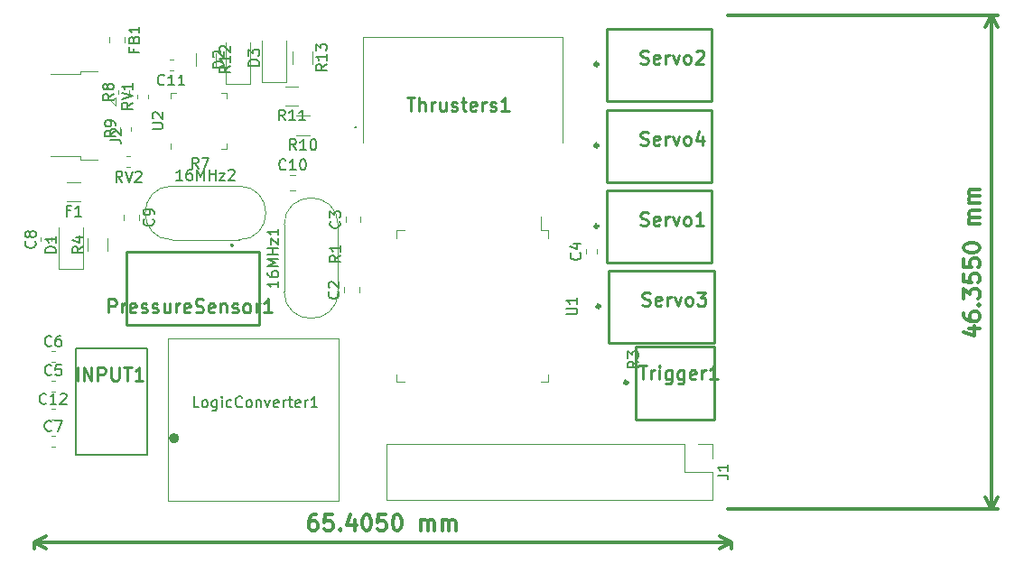
<source format=gto>
G04 #@! TF.GenerationSoftware,KiCad,Pcbnew,(6.0.7)*
G04 #@! TF.CreationDate,2022-12-18T06:42:30+05:30*
G04 #@! TF.ProjectId,MicrocontrollerPcb,4d696372-6f63-46f6-9e74-726f6c6c6572,rev?*
G04 #@! TF.SameCoordinates,Original*
G04 #@! TF.FileFunction,Legend,Top*
G04 #@! TF.FilePolarity,Positive*
%FSLAX46Y46*%
G04 Gerber Fmt 4.6, Leading zero omitted, Abs format (unit mm)*
G04 Created by KiCad (PCBNEW (6.0.7)) date 2022-12-18 06:42:30*
%MOMM*%
%LPD*%
G01*
G04 APERTURE LIST*
%ADD10C,0.300000*%
%ADD11C,0.150000*%
%ADD12C,0.254000*%
%ADD13C,0.120000*%
%ADD14C,0.100000*%
%ADD15C,0.200000*%
%ADD16C,0.010000*%
%ADD17C,0.400000*%
G04 APERTURE END LIST*
D10*
X231558571Y-94796785D02*
X232558571Y-94796785D01*
X230987142Y-95153928D02*
X232058571Y-95511071D01*
X232058571Y-94582500D01*
X231058571Y-93368214D02*
X231058571Y-93653928D01*
X231130000Y-93796785D01*
X231201428Y-93868214D01*
X231415714Y-94011071D01*
X231701428Y-94082500D01*
X232272857Y-94082500D01*
X232415714Y-94011071D01*
X232487142Y-93939642D01*
X232558571Y-93796785D01*
X232558571Y-93511071D01*
X232487142Y-93368214D01*
X232415714Y-93296785D01*
X232272857Y-93225357D01*
X231915714Y-93225357D01*
X231772857Y-93296785D01*
X231701428Y-93368214D01*
X231630000Y-93511071D01*
X231630000Y-93796785D01*
X231701428Y-93939642D01*
X231772857Y-94011071D01*
X231915714Y-94082500D01*
X232415714Y-92582500D02*
X232487142Y-92511071D01*
X232558571Y-92582500D01*
X232487142Y-92653928D01*
X232415714Y-92582500D01*
X232558571Y-92582500D01*
X231058571Y-92011071D02*
X231058571Y-91082500D01*
X231630000Y-91582500D01*
X231630000Y-91368214D01*
X231701428Y-91225357D01*
X231772857Y-91153928D01*
X231915714Y-91082500D01*
X232272857Y-91082500D01*
X232415714Y-91153928D01*
X232487142Y-91225357D01*
X232558571Y-91368214D01*
X232558571Y-91796785D01*
X232487142Y-91939642D01*
X232415714Y-92011071D01*
X231058571Y-89725357D02*
X231058571Y-90439642D01*
X231772857Y-90511071D01*
X231701428Y-90439642D01*
X231630000Y-90296785D01*
X231630000Y-89939642D01*
X231701428Y-89796785D01*
X231772857Y-89725357D01*
X231915714Y-89653928D01*
X232272857Y-89653928D01*
X232415714Y-89725357D01*
X232487142Y-89796785D01*
X232558571Y-89939642D01*
X232558571Y-90296785D01*
X232487142Y-90439642D01*
X232415714Y-90511071D01*
X231058571Y-88296785D02*
X231058571Y-89011071D01*
X231772857Y-89082500D01*
X231701428Y-89011071D01*
X231630000Y-88868214D01*
X231630000Y-88511071D01*
X231701428Y-88368214D01*
X231772857Y-88296785D01*
X231915714Y-88225357D01*
X232272857Y-88225357D01*
X232415714Y-88296785D01*
X232487142Y-88368214D01*
X232558571Y-88511071D01*
X232558571Y-88868214D01*
X232487142Y-89011071D01*
X232415714Y-89082500D01*
X231058571Y-87296785D02*
X231058571Y-87153928D01*
X231130000Y-87011071D01*
X231201428Y-86939642D01*
X231344285Y-86868214D01*
X231630000Y-86796785D01*
X231987142Y-86796785D01*
X232272857Y-86868214D01*
X232415714Y-86939642D01*
X232487142Y-87011071D01*
X232558571Y-87153928D01*
X232558571Y-87296785D01*
X232487142Y-87439642D01*
X232415714Y-87511071D01*
X232272857Y-87582500D01*
X231987142Y-87653928D01*
X231630000Y-87653928D01*
X231344285Y-87582500D01*
X231201428Y-87511071D01*
X231130000Y-87439642D01*
X231058571Y-87296785D01*
X232558571Y-85011071D02*
X231558571Y-85011071D01*
X231701428Y-85011071D02*
X231630000Y-84939642D01*
X231558571Y-84796785D01*
X231558571Y-84582500D01*
X231630000Y-84439642D01*
X231772857Y-84368214D01*
X232558571Y-84368214D01*
X231772857Y-84368214D02*
X231630000Y-84296785D01*
X231558571Y-84153928D01*
X231558571Y-83939642D01*
X231630000Y-83796785D01*
X231772857Y-83725357D01*
X232558571Y-83725357D01*
X232558571Y-83011071D02*
X231558571Y-83011071D01*
X231701428Y-83011071D02*
X231630000Y-82939642D01*
X231558571Y-82796785D01*
X231558571Y-82582500D01*
X231630000Y-82439642D01*
X231772857Y-82368214D01*
X232558571Y-82368214D01*
X231772857Y-82368214D02*
X231630000Y-82296785D01*
X231558571Y-82153928D01*
X231558571Y-81939642D01*
X231630000Y-81796785D01*
X231772857Y-81725357D01*
X232558571Y-81725357D01*
X208915000Y-111760000D02*
X234266420Y-111760000D01*
X208915000Y-65405000D02*
X234266420Y-65405000D01*
X233680000Y-111760000D02*
X233680000Y-65405000D01*
X233680000Y-111760000D02*
X233680000Y-65405000D01*
X233680000Y-111760000D02*
X234266421Y-110633496D01*
X233680000Y-111760000D02*
X233093579Y-110633496D01*
X233680000Y-65405000D02*
X233093579Y-66531504D01*
X233680000Y-65405000D02*
X234266421Y-66531504D01*
X170345114Y-112280071D02*
X170059400Y-112280071D01*
X169916542Y-112351500D01*
X169845114Y-112422928D01*
X169702257Y-112637214D01*
X169630828Y-112922928D01*
X169630828Y-113494357D01*
X169702257Y-113637214D01*
X169773685Y-113708642D01*
X169916542Y-113780071D01*
X170202257Y-113780071D01*
X170345114Y-113708642D01*
X170416542Y-113637214D01*
X170487971Y-113494357D01*
X170487971Y-113137214D01*
X170416542Y-112994357D01*
X170345114Y-112922928D01*
X170202257Y-112851500D01*
X169916542Y-112851500D01*
X169773685Y-112922928D01*
X169702257Y-112994357D01*
X169630828Y-113137214D01*
X171845114Y-112280071D02*
X171130828Y-112280071D01*
X171059400Y-112994357D01*
X171130828Y-112922928D01*
X171273685Y-112851500D01*
X171630828Y-112851500D01*
X171773685Y-112922928D01*
X171845114Y-112994357D01*
X171916542Y-113137214D01*
X171916542Y-113494357D01*
X171845114Y-113637214D01*
X171773685Y-113708642D01*
X171630828Y-113780071D01*
X171273685Y-113780071D01*
X171130828Y-113708642D01*
X171059400Y-113637214D01*
X172559400Y-113637214D02*
X172630828Y-113708642D01*
X172559400Y-113780071D01*
X172487971Y-113708642D01*
X172559400Y-113637214D01*
X172559400Y-113780071D01*
X173916542Y-112780071D02*
X173916542Y-113780071D01*
X173559400Y-112208642D02*
X173202257Y-113280071D01*
X174130828Y-113280071D01*
X174987971Y-112280071D02*
X175130828Y-112280071D01*
X175273685Y-112351500D01*
X175345114Y-112422928D01*
X175416542Y-112565785D01*
X175487971Y-112851500D01*
X175487971Y-113208642D01*
X175416542Y-113494357D01*
X175345114Y-113637214D01*
X175273685Y-113708642D01*
X175130828Y-113780071D01*
X174987971Y-113780071D01*
X174845114Y-113708642D01*
X174773685Y-113637214D01*
X174702257Y-113494357D01*
X174630828Y-113208642D01*
X174630828Y-112851500D01*
X174702257Y-112565785D01*
X174773685Y-112422928D01*
X174845114Y-112351500D01*
X174987971Y-112280071D01*
X176845114Y-112280071D02*
X176130828Y-112280071D01*
X176059400Y-112994357D01*
X176130828Y-112922928D01*
X176273685Y-112851500D01*
X176630828Y-112851500D01*
X176773685Y-112922928D01*
X176845114Y-112994357D01*
X176916542Y-113137214D01*
X176916542Y-113494357D01*
X176845114Y-113637214D01*
X176773685Y-113708642D01*
X176630828Y-113780071D01*
X176273685Y-113780071D01*
X176130828Y-113708642D01*
X176059400Y-113637214D01*
X177845114Y-112280071D02*
X177987971Y-112280071D01*
X178130828Y-112351500D01*
X178202257Y-112422928D01*
X178273685Y-112565785D01*
X178345114Y-112851500D01*
X178345114Y-113208642D01*
X178273685Y-113494357D01*
X178202257Y-113637214D01*
X178130828Y-113708642D01*
X177987971Y-113780071D01*
X177845114Y-113780071D01*
X177702257Y-113708642D01*
X177630828Y-113637214D01*
X177559400Y-113494357D01*
X177487971Y-113208642D01*
X177487971Y-112851500D01*
X177559400Y-112565785D01*
X177630828Y-112422928D01*
X177702257Y-112351500D01*
X177845114Y-112280071D01*
X180130828Y-113780071D02*
X180130828Y-112780071D01*
X180130828Y-112922928D02*
X180202257Y-112851500D01*
X180345114Y-112780071D01*
X180559400Y-112780071D01*
X180702257Y-112851500D01*
X180773685Y-112994357D01*
X180773685Y-113780071D01*
X180773685Y-112994357D02*
X180845114Y-112851500D01*
X180987971Y-112780071D01*
X181202257Y-112780071D01*
X181345114Y-112851500D01*
X181416542Y-112994357D01*
X181416542Y-113780071D01*
X182130828Y-113780071D02*
X182130828Y-112780071D01*
X182130828Y-112922928D02*
X182202257Y-112851500D01*
X182345114Y-112780071D01*
X182559400Y-112780071D01*
X182702257Y-112851500D01*
X182773685Y-112994357D01*
X182773685Y-113780071D01*
X182773685Y-112994357D02*
X182845114Y-112851500D01*
X182987971Y-112780071D01*
X183202257Y-112780071D01*
X183345114Y-112851500D01*
X183416542Y-112994357D01*
X183416542Y-113780071D01*
X209261900Y-114901500D02*
X209261900Y-115487920D01*
X143856900Y-114901500D02*
X143856900Y-115487920D01*
X209261900Y-114901500D02*
X143856900Y-114901500D01*
X209261900Y-114901500D02*
X143856900Y-114901500D01*
X209261900Y-114901500D02*
X208135396Y-114315079D01*
X209261900Y-114901500D02*
X208135396Y-115487921D01*
X143856900Y-114901500D02*
X144983404Y-115487921D01*
X143856900Y-114901500D02*
X144983404Y-114315079D01*
D11*
X207952380Y-108583333D02*
X208666666Y-108583333D01*
X208809523Y-108630952D01*
X208904761Y-108726190D01*
X208952380Y-108869047D01*
X208952380Y-108964285D01*
X208952380Y-107583333D02*
X208952380Y-108154761D01*
X208952380Y-107869047D02*
X207952380Y-107869047D01*
X208095238Y-107964285D01*
X208190476Y-108059523D01*
X208238095Y-108154761D01*
X166777380Y-90366666D02*
X166777380Y-90938095D01*
X166777380Y-90652380D02*
X165777380Y-90652380D01*
X165920238Y-90747619D01*
X166015476Y-90842857D01*
X166063095Y-90938095D01*
X165777380Y-89509523D02*
X165777380Y-89700000D01*
X165825000Y-89795238D01*
X165872619Y-89842857D01*
X166015476Y-89938095D01*
X166205952Y-89985714D01*
X166586904Y-89985714D01*
X166682142Y-89938095D01*
X166729761Y-89890476D01*
X166777380Y-89795238D01*
X166777380Y-89604761D01*
X166729761Y-89509523D01*
X166682142Y-89461904D01*
X166586904Y-89414285D01*
X166348809Y-89414285D01*
X166253571Y-89461904D01*
X166205952Y-89509523D01*
X166158333Y-89604761D01*
X166158333Y-89795238D01*
X166205952Y-89890476D01*
X166253571Y-89938095D01*
X166348809Y-89985714D01*
X166777380Y-88985714D02*
X165777380Y-88985714D01*
X166491666Y-88652380D01*
X165777380Y-88319047D01*
X166777380Y-88319047D01*
X166777380Y-87842857D02*
X165777380Y-87842857D01*
X166253571Y-87842857D02*
X166253571Y-87271428D01*
X166777380Y-87271428D02*
X165777380Y-87271428D01*
X166110714Y-86890476D02*
X166110714Y-86366666D01*
X166777380Y-86890476D01*
X166777380Y-86366666D01*
X166777380Y-85461904D02*
X166777380Y-86033333D01*
X166777380Y-85747619D02*
X165777380Y-85747619D01*
X165920238Y-85842857D01*
X166015476Y-85938095D01*
X166063095Y-86033333D01*
X147256666Y-83738571D02*
X146923333Y-83738571D01*
X146923333Y-84262380D02*
X146923333Y-83262380D01*
X147399523Y-83262380D01*
X148304285Y-84262380D02*
X147732857Y-84262380D01*
X148018571Y-84262380D02*
X148018571Y-83262380D01*
X147923333Y-83405238D01*
X147828095Y-83500476D01*
X147732857Y-83548095D01*
X145012142Y-101797142D02*
X144964523Y-101844761D01*
X144821666Y-101892380D01*
X144726428Y-101892380D01*
X144583571Y-101844761D01*
X144488333Y-101749523D01*
X144440714Y-101654285D01*
X144393095Y-101463809D01*
X144393095Y-101320952D01*
X144440714Y-101130476D01*
X144488333Y-101035238D01*
X144583571Y-100940000D01*
X144726428Y-100892380D01*
X144821666Y-100892380D01*
X144964523Y-100940000D01*
X145012142Y-100987619D01*
X145964523Y-101892380D02*
X145393095Y-101892380D01*
X145678809Y-101892380D02*
X145678809Y-100892380D01*
X145583571Y-101035238D01*
X145488333Y-101130476D01*
X145393095Y-101178095D01*
X146345476Y-100987619D02*
X146393095Y-100940000D01*
X146488333Y-100892380D01*
X146726428Y-100892380D01*
X146821666Y-100940000D01*
X146869285Y-100987619D01*
X146916904Y-101082857D01*
X146916904Y-101178095D01*
X146869285Y-101320952D01*
X146297857Y-101892380D01*
X146916904Y-101892380D01*
X156087142Y-71887142D02*
X156039523Y-71934761D01*
X155896666Y-71982380D01*
X155801428Y-71982380D01*
X155658571Y-71934761D01*
X155563333Y-71839523D01*
X155515714Y-71744285D01*
X155468095Y-71553809D01*
X155468095Y-71410952D01*
X155515714Y-71220476D01*
X155563333Y-71125238D01*
X155658571Y-71030000D01*
X155801428Y-70982380D01*
X155896666Y-70982380D01*
X156039523Y-71030000D01*
X156087142Y-71077619D01*
X157039523Y-71982380D02*
X156468095Y-71982380D01*
X156753809Y-71982380D02*
X156753809Y-70982380D01*
X156658571Y-71125238D01*
X156563333Y-71220476D01*
X156468095Y-71268095D01*
X157991904Y-71982380D02*
X157420476Y-71982380D01*
X157706190Y-71982380D02*
X157706190Y-70982380D01*
X157610952Y-71125238D01*
X157515714Y-71220476D01*
X157420476Y-71268095D01*
X195057142Y-87726666D02*
X195104761Y-87774285D01*
X195152380Y-87917142D01*
X195152380Y-88012380D01*
X195104761Y-88155238D01*
X195009523Y-88250476D01*
X194914285Y-88298095D01*
X194723809Y-88345714D01*
X194580952Y-88345714D01*
X194390476Y-88298095D01*
X194295238Y-88250476D01*
X194200000Y-88155238D01*
X194152380Y-88012380D01*
X194152380Y-87917142D01*
X194200000Y-87774285D01*
X194247619Y-87726666D01*
X194485714Y-86869523D02*
X195152380Y-86869523D01*
X194104761Y-87107619D02*
X194819047Y-87345714D01*
X194819047Y-86726666D01*
X145493333Y-99107142D02*
X145445714Y-99154761D01*
X145302857Y-99202380D01*
X145207619Y-99202380D01*
X145064761Y-99154761D01*
X144969523Y-99059523D01*
X144921904Y-98964285D01*
X144874285Y-98773809D01*
X144874285Y-98630952D01*
X144921904Y-98440476D01*
X144969523Y-98345238D01*
X145064761Y-98250000D01*
X145207619Y-98202380D01*
X145302857Y-98202380D01*
X145445714Y-98250000D01*
X145493333Y-98297619D01*
X146398095Y-98202380D02*
X145921904Y-98202380D01*
X145874285Y-98678571D01*
X145921904Y-98630952D01*
X146017142Y-98583333D01*
X146255238Y-98583333D01*
X146350476Y-98630952D01*
X146398095Y-98678571D01*
X146445714Y-98773809D01*
X146445714Y-99011904D01*
X146398095Y-99107142D01*
X146350476Y-99154761D01*
X146255238Y-99202380D01*
X146017142Y-99202380D01*
X145921904Y-99154761D01*
X145874285Y-99107142D01*
X145493333Y-96377142D02*
X145445714Y-96424761D01*
X145302857Y-96472380D01*
X145207619Y-96472380D01*
X145064761Y-96424761D01*
X144969523Y-96329523D01*
X144921904Y-96234285D01*
X144874285Y-96043809D01*
X144874285Y-95900952D01*
X144921904Y-95710476D01*
X144969523Y-95615238D01*
X145064761Y-95520000D01*
X145207619Y-95472380D01*
X145302857Y-95472380D01*
X145445714Y-95520000D01*
X145493333Y-95567619D01*
X146350476Y-95472380D02*
X146160000Y-95472380D01*
X146064761Y-95520000D01*
X146017142Y-95567619D01*
X145921904Y-95710476D01*
X145874285Y-95900952D01*
X145874285Y-96281904D01*
X145921904Y-96377142D01*
X145969523Y-96424761D01*
X146064761Y-96472380D01*
X146255238Y-96472380D01*
X146350476Y-96424761D01*
X146398095Y-96377142D01*
X146445714Y-96281904D01*
X146445714Y-96043809D01*
X146398095Y-95948571D01*
X146350476Y-95900952D01*
X146255238Y-95853333D01*
X146064761Y-95853333D01*
X145969523Y-95900952D01*
X145921904Y-95948571D01*
X145874285Y-96043809D01*
X145488333Y-104337142D02*
X145440714Y-104384761D01*
X145297857Y-104432380D01*
X145202619Y-104432380D01*
X145059761Y-104384761D01*
X144964523Y-104289523D01*
X144916904Y-104194285D01*
X144869285Y-104003809D01*
X144869285Y-103860952D01*
X144916904Y-103670476D01*
X144964523Y-103575238D01*
X145059761Y-103480000D01*
X145202619Y-103432380D01*
X145297857Y-103432380D01*
X145440714Y-103480000D01*
X145488333Y-103527619D01*
X145821666Y-103432380D02*
X146488333Y-103432380D01*
X146059761Y-104432380D01*
X143947142Y-86616666D02*
X143994761Y-86664285D01*
X144042380Y-86807142D01*
X144042380Y-86902380D01*
X143994761Y-87045238D01*
X143899523Y-87140476D01*
X143804285Y-87188095D01*
X143613809Y-87235714D01*
X143470952Y-87235714D01*
X143280476Y-87188095D01*
X143185238Y-87140476D01*
X143090000Y-87045238D01*
X143042380Y-86902380D01*
X143042380Y-86807142D01*
X143090000Y-86664285D01*
X143137619Y-86616666D01*
X143470952Y-86045238D02*
X143423333Y-86140476D01*
X143375714Y-86188095D01*
X143280476Y-86235714D01*
X143232857Y-86235714D01*
X143137619Y-86188095D01*
X143090000Y-86140476D01*
X143042380Y-86045238D01*
X143042380Y-85854761D01*
X143090000Y-85759523D01*
X143137619Y-85711904D01*
X143232857Y-85664285D01*
X143280476Y-85664285D01*
X143375714Y-85711904D01*
X143423333Y-85759523D01*
X143470952Y-85854761D01*
X143470952Y-86045238D01*
X143518571Y-86140476D01*
X143566190Y-86188095D01*
X143661428Y-86235714D01*
X143851904Y-86235714D01*
X143947142Y-86188095D01*
X143994761Y-86140476D01*
X144042380Y-86045238D01*
X144042380Y-85854761D01*
X143994761Y-85759523D01*
X143947142Y-85711904D01*
X143851904Y-85664285D01*
X143661428Y-85664285D01*
X143566190Y-85711904D01*
X143518571Y-85759523D01*
X143470952Y-85854761D01*
X172367142Y-91356666D02*
X172414761Y-91404285D01*
X172462380Y-91547142D01*
X172462380Y-91642380D01*
X172414761Y-91785238D01*
X172319523Y-91880476D01*
X172224285Y-91928095D01*
X172033809Y-91975714D01*
X171890952Y-91975714D01*
X171700476Y-91928095D01*
X171605238Y-91880476D01*
X171510000Y-91785238D01*
X171462380Y-91642380D01*
X171462380Y-91547142D01*
X171510000Y-91404285D01*
X171557619Y-91356666D01*
X171557619Y-90975714D02*
X171510000Y-90928095D01*
X171462380Y-90832857D01*
X171462380Y-90594761D01*
X171510000Y-90499523D01*
X171557619Y-90451904D01*
X171652857Y-90404285D01*
X171748095Y-90404285D01*
X171890952Y-90451904D01*
X172462380Y-91023333D01*
X172462380Y-90404285D01*
X167457142Y-79827142D02*
X167409523Y-79874761D01*
X167266666Y-79922380D01*
X167171428Y-79922380D01*
X167028571Y-79874761D01*
X166933333Y-79779523D01*
X166885714Y-79684285D01*
X166838095Y-79493809D01*
X166838095Y-79350952D01*
X166885714Y-79160476D01*
X166933333Y-79065238D01*
X167028571Y-78970000D01*
X167171428Y-78922380D01*
X167266666Y-78922380D01*
X167409523Y-78970000D01*
X167457142Y-79017619D01*
X168409523Y-79922380D02*
X167838095Y-79922380D01*
X168123809Y-79922380D02*
X168123809Y-78922380D01*
X168028571Y-79065238D01*
X167933333Y-79160476D01*
X167838095Y-79208095D01*
X169028571Y-78922380D02*
X169123809Y-78922380D01*
X169219047Y-78970000D01*
X169266666Y-79017619D01*
X169314285Y-79112857D01*
X169361904Y-79303333D01*
X169361904Y-79541428D01*
X169314285Y-79731904D01*
X169266666Y-79827142D01*
X169219047Y-79874761D01*
X169123809Y-79922380D01*
X169028571Y-79922380D01*
X168933333Y-79874761D01*
X168885714Y-79827142D01*
X168838095Y-79731904D01*
X168790476Y-79541428D01*
X168790476Y-79303333D01*
X168838095Y-79112857D01*
X168885714Y-79017619D01*
X168933333Y-78970000D01*
X169028571Y-78922380D01*
X155027142Y-84536666D02*
X155074761Y-84584285D01*
X155122380Y-84727142D01*
X155122380Y-84822380D01*
X155074761Y-84965238D01*
X154979523Y-85060476D01*
X154884285Y-85108095D01*
X154693809Y-85155714D01*
X154550952Y-85155714D01*
X154360476Y-85108095D01*
X154265238Y-85060476D01*
X154170000Y-84965238D01*
X154122380Y-84822380D01*
X154122380Y-84727142D01*
X154170000Y-84584285D01*
X154217619Y-84536666D01*
X155122380Y-84060476D02*
X155122380Y-83870000D01*
X155074761Y-83774761D01*
X155027142Y-83727142D01*
X154884285Y-83631904D01*
X154693809Y-83584285D01*
X154312857Y-83584285D01*
X154217619Y-83631904D01*
X154170000Y-83679523D01*
X154122380Y-83774761D01*
X154122380Y-83965238D01*
X154170000Y-84060476D01*
X154217619Y-84108095D01*
X154312857Y-84155714D01*
X154550952Y-84155714D01*
X154646190Y-84108095D01*
X154693809Y-84060476D01*
X154741428Y-83965238D01*
X154741428Y-83774761D01*
X154693809Y-83679523D01*
X154646190Y-83631904D01*
X154550952Y-83584285D01*
X172497142Y-84746666D02*
X172544761Y-84794285D01*
X172592380Y-84937142D01*
X172592380Y-85032380D01*
X172544761Y-85175238D01*
X172449523Y-85270476D01*
X172354285Y-85318095D01*
X172163809Y-85365714D01*
X172020952Y-85365714D01*
X171830476Y-85318095D01*
X171735238Y-85270476D01*
X171640000Y-85175238D01*
X171592380Y-85032380D01*
X171592380Y-84937142D01*
X171640000Y-84794285D01*
X171687619Y-84746666D01*
X171592380Y-84413333D02*
X171592380Y-83794285D01*
X171973333Y-84127619D01*
X171973333Y-83984761D01*
X172020952Y-83889523D01*
X172068571Y-83841904D01*
X172163809Y-83794285D01*
X172401904Y-83794285D01*
X172497142Y-83841904D01*
X172544761Y-83889523D01*
X172592380Y-83984761D01*
X172592380Y-84270476D01*
X172544761Y-84365714D01*
X172497142Y-84413333D01*
X151007380Y-77068333D02*
X151721666Y-77068333D01*
X151864523Y-77115952D01*
X151959761Y-77211190D01*
X152007380Y-77354047D01*
X152007380Y-77449285D01*
X151102619Y-76639761D02*
X151055000Y-76592142D01*
X151007380Y-76496904D01*
X151007380Y-76258809D01*
X151055000Y-76163571D01*
X151102619Y-76115952D01*
X151197857Y-76068333D01*
X151293095Y-76068333D01*
X151435952Y-76115952D01*
X152007380Y-76687380D01*
X152007380Y-76068333D01*
X157783190Y-80886495D02*
X157211761Y-80886495D01*
X157497476Y-80886495D02*
X157497476Y-79886495D01*
X157402237Y-80029353D01*
X157306999Y-80124591D01*
X157211761Y-80172210D01*
X158640333Y-79886495D02*
X158449857Y-79886495D01*
X158354618Y-79934115D01*
X158306999Y-79981734D01*
X158211761Y-80124591D01*
X158164142Y-80315067D01*
X158164142Y-80696019D01*
X158211761Y-80791257D01*
X158259380Y-80838876D01*
X158354618Y-80886495D01*
X158545095Y-80886495D01*
X158640333Y-80838876D01*
X158687952Y-80791257D01*
X158735571Y-80696019D01*
X158735571Y-80457924D01*
X158687952Y-80362686D01*
X158640333Y-80315067D01*
X158545095Y-80267448D01*
X158354618Y-80267448D01*
X158259380Y-80315067D01*
X158211761Y-80362686D01*
X158164142Y-80457924D01*
X159164142Y-80886495D02*
X159164142Y-79886495D01*
X159497476Y-80600781D01*
X159830809Y-79886495D01*
X159830809Y-80886495D01*
X160306999Y-80886495D02*
X160306999Y-79886495D01*
X160306999Y-80362686D02*
X160878428Y-80362686D01*
X160878428Y-80886495D02*
X160878428Y-79886495D01*
X161259380Y-80219829D02*
X161783190Y-80219829D01*
X161259380Y-80886495D01*
X161783190Y-80886495D01*
X162116523Y-79981734D02*
X162164142Y-79934115D01*
X162259380Y-79886495D01*
X162497476Y-79886495D01*
X162592714Y-79934115D01*
X162640333Y-79981734D01*
X162687952Y-80076972D01*
X162687952Y-80172210D01*
X162640333Y-80315067D01*
X162068904Y-80886495D01*
X162687952Y-80886495D01*
X145932380Y-87668095D02*
X144932380Y-87668095D01*
X144932380Y-87430000D01*
X144980000Y-87287142D01*
X145075238Y-87191904D01*
X145170476Y-87144285D01*
X145360952Y-87096666D01*
X145503809Y-87096666D01*
X145694285Y-87144285D01*
X145789523Y-87191904D01*
X145884761Y-87287142D01*
X145932380Y-87430000D01*
X145932380Y-87668095D01*
X145932380Y-86144285D02*
X145932380Y-86715714D01*
X145932380Y-86430000D02*
X144932380Y-86430000D01*
X145075238Y-86525238D01*
X145170476Y-86620476D01*
X145218095Y-86715714D01*
X161652380Y-70308095D02*
X160652380Y-70308095D01*
X160652380Y-70070000D01*
X160700000Y-69927142D01*
X160795238Y-69831904D01*
X160890476Y-69784285D01*
X161080952Y-69736666D01*
X161223809Y-69736666D01*
X161414285Y-69784285D01*
X161509523Y-69831904D01*
X161604761Y-69927142D01*
X161652380Y-70070000D01*
X161652380Y-70308095D01*
X160747619Y-69355714D02*
X160700000Y-69308095D01*
X160652380Y-69212857D01*
X160652380Y-68974761D01*
X160700000Y-68879523D01*
X160747619Y-68831904D01*
X160842857Y-68784285D01*
X160938095Y-68784285D01*
X161080952Y-68831904D01*
X161652380Y-69403333D01*
X161652380Y-68784285D01*
X164992380Y-70128095D02*
X163992380Y-70128095D01*
X163992380Y-69890000D01*
X164040000Y-69747142D01*
X164135238Y-69651904D01*
X164230476Y-69604285D01*
X164420952Y-69556666D01*
X164563809Y-69556666D01*
X164754285Y-69604285D01*
X164849523Y-69651904D01*
X164944761Y-69747142D01*
X164992380Y-69890000D01*
X164992380Y-70128095D01*
X163992380Y-69223333D02*
X163992380Y-68604285D01*
X164373333Y-68937619D01*
X164373333Y-68794761D01*
X164420952Y-68699523D01*
X164468571Y-68651904D01*
X164563809Y-68604285D01*
X164801904Y-68604285D01*
X164897142Y-68651904D01*
X164944761Y-68699523D01*
X164992380Y-68794761D01*
X164992380Y-69080476D01*
X164944761Y-69175714D01*
X164897142Y-69223333D01*
D12*
X200919666Y-92606047D02*
X201101095Y-92666523D01*
X201403476Y-92666523D01*
X201524428Y-92606047D01*
X201584904Y-92545571D01*
X201645380Y-92424619D01*
X201645380Y-92303666D01*
X201584904Y-92182714D01*
X201524428Y-92122238D01*
X201403476Y-92061761D01*
X201161571Y-92001285D01*
X201040619Y-91940809D01*
X200980142Y-91880333D01*
X200919666Y-91759380D01*
X200919666Y-91638428D01*
X200980142Y-91517476D01*
X201040619Y-91457000D01*
X201161571Y-91396523D01*
X201463952Y-91396523D01*
X201645380Y-91457000D01*
X202673476Y-92606047D02*
X202552523Y-92666523D01*
X202310619Y-92666523D01*
X202189666Y-92606047D01*
X202129190Y-92485095D01*
X202129190Y-92001285D01*
X202189666Y-91880333D01*
X202310619Y-91819857D01*
X202552523Y-91819857D01*
X202673476Y-91880333D01*
X202733952Y-92001285D01*
X202733952Y-92122238D01*
X202129190Y-92243190D01*
X203278238Y-92666523D02*
X203278238Y-91819857D01*
X203278238Y-92061761D02*
X203338714Y-91940809D01*
X203399190Y-91880333D01*
X203520142Y-91819857D01*
X203641095Y-91819857D01*
X203943476Y-91819857D02*
X204245857Y-92666523D01*
X204548238Y-91819857D01*
X205213476Y-92666523D02*
X205092523Y-92606047D01*
X205032047Y-92545571D01*
X204971571Y-92424619D01*
X204971571Y-92061761D01*
X205032047Y-91940809D01*
X205092523Y-91880333D01*
X205213476Y-91819857D01*
X205394904Y-91819857D01*
X205515857Y-91880333D01*
X205576333Y-91940809D01*
X205636809Y-92061761D01*
X205636809Y-92424619D01*
X205576333Y-92545571D01*
X205515857Y-92606047D01*
X205394904Y-92666523D01*
X205213476Y-92666523D01*
X206060142Y-91396523D02*
X206846333Y-91396523D01*
X206423000Y-91880333D01*
X206604428Y-91880333D01*
X206725380Y-91940809D01*
X206785857Y-92001285D01*
X206846333Y-92122238D01*
X206846333Y-92424619D01*
X206785857Y-92545571D01*
X206725380Y-92606047D01*
X206604428Y-92666523D01*
X206241571Y-92666523D01*
X206120619Y-92606047D01*
X206060142Y-92545571D01*
X200739666Y-85096047D02*
X200921095Y-85156523D01*
X201223476Y-85156523D01*
X201344428Y-85096047D01*
X201404904Y-85035571D01*
X201465380Y-84914619D01*
X201465380Y-84793666D01*
X201404904Y-84672714D01*
X201344428Y-84612238D01*
X201223476Y-84551761D01*
X200981571Y-84491285D01*
X200860619Y-84430809D01*
X200800142Y-84370333D01*
X200739666Y-84249380D01*
X200739666Y-84128428D01*
X200800142Y-84007476D01*
X200860619Y-83947000D01*
X200981571Y-83886523D01*
X201283952Y-83886523D01*
X201465380Y-83947000D01*
X202493476Y-85096047D02*
X202372523Y-85156523D01*
X202130619Y-85156523D01*
X202009666Y-85096047D01*
X201949190Y-84975095D01*
X201949190Y-84491285D01*
X202009666Y-84370333D01*
X202130619Y-84309857D01*
X202372523Y-84309857D01*
X202493476Y-84370333D01*
X202553952Y-84491285D01*
X202553952Y-84612238D01*
X201949190Y-84733190D01*
X203098238Y-85156523D02*
X203098238Y-84309857D01*
X203098238Y-84551761D02*
X203158714Y-84430809D01*
X203219190Y-84370333D01*
X203340142Y-84309857D01*
X203461095Y-84309857D01*
X203763476Y-84309857D02*
X204065857Y-85156523D01*
X204368238Y-84309857D01*
X205033476Y-85156523D02*
X204912523Y-85096047D01*
X204852047Y-85035571D01*
X204791571Y-84914619D01*
X204791571Y-84551761D01*
X204852047Y-84430809D01*
X204912523Y-84370333D01*
X205033476Y-84309857D01*
X205214904Y-84309857D01*
X205335857Y-84370333D01*
X205396333Y-84430809D01*
X205456809Y-84551761D01*
X205456809Y-84914619D01*
X205396333Y-85035571D01*
X205335857Y-85096047D01*
X205214904Y-85156523D01*
X205033476Y-85156523D01*
X206666333Y-85156523D02*
X205940619Y-85156523D01*
X206303476Y-85156523D02*
X206303476Y-83886523D01*
X206182523Y-84067952D01*
X206061571Y-84188904D01*
X205940619Y-84249380D01*
X200739666Y-69916047D02*
X200921095Y-69976523D01*
X201223476Y-69976523D01*
X201344428Y-69916047D01*
X201404904Y-69855571D01*
X201465380Y-69734619D01*
X201465380Y-69613666D01*
X201404904Y-69492714D01*
X201344428Y-69432238D01*
X201223476Y-69371761D01*
X200981571Y-69311285D01*
X200860619Y-69250809D01*
X200800142Y-69190333D01*
X200739666Y-69069380D01*
X200739666Y-68948428D01*
X200800142Y-68827476D01*
X200860619Y-68767000D01*
X200981571Y-68706523D01*
X201283952Y-68706523D01*
X201465380Y-68767000D01*
X202493476Y-69916047D02*
X202372523Y-69976523D01*
X202130619Y-69976523D01*
X202009666Y-69916047D01*
X201949190Y-69795095D01*
X201949190Y-69311285D01*
X202009666Y-69190333D01*
X202130619Y-69129857D01*
X202372523Y-69129857D01*
X202493476Y-69190333D01*
X202553952Y-69311285D01*
X202553952Y-69432238D01*
X201949190Y-69553190D01*
X203098238Y-69976523D02*
X203098238Y-69129857D01*
X203098238Y-69371761D02*
X203158714Y-69250809D01*
X203219190Y-69190333D01*
X203340142Y-69129857D01*
X203461095Y-69129857D01*
X203763476Y-69129857D02*
X204065857Y-69976523D01*
X204368238Y-69129857D01*
X205033476Y-69976523D02*
X204912523Y-69916047D01*
X204852047Y-69855571D01*
X204791571Y-69734619D01*
X204791571Y-69371761D01*
X204852047Y-69250809D01*
X204912523Y-69190333D01*
X205033476Y-69129857D01*
X205214904Y-69129857D01*
X205335857Y-69190333D01*
X205396333Y-69250809D01*
X205456809Y-69371761D01*
X205456809Y-69734619D01*
X205396333Y-69855571D01*
X205335857Y-69916047D01*
X205214904Y-69976523D01*
X205033476Y-69976523D01*
X205940619Y-68827476D02*
X206001095Y-68767000D01*
X206122047Y-68706523D01*
X206424428Y-68706523D01*
X206545380Y-68767000D01*
X206605857Y-68827476D01*
X206666333Y-68948428D01*
X206666333Y-69069380D01*
X206605857Y-69250809D01*
X205880142Y-69976523D01*
X206666333Y-69976523D01*
X200739666Y-77536047D02*
X200921095Y-77596523D01*
X201223476Y-77596523D01*
X201344428Y-77536047D01*
X201404904Y-77475571D01*
X201465380Y-77354619D01*
X201465380Y-77233666D01*
X201404904Y-77112714D01*
X201344428Y-77052238D01*
X201223476Y-76991761D01*
X200981571Y-76931285D01*
X200860619Y-76870809D01*
X200800142Y-76810333D01*
X200739666Y-76689380D01*
X200739666Y-76568428D01*
X200800142Y-76447476D01*
X200860619Y-76387000D01*
X200981571Y-76326523D01*
X201283952Y-76326523D01*
X201465380Y-76387000D01*
X202493476Y-77536047D02*
X202372523Y-77596523D01*
X202130619Y-77596523D01*
X202009666Y-77536047D01*
X201949190Y-77415095D01*
X201949190Y-76931285D01*
X202009666Y-76810333D01*
X202130619Y-76749857D01*
X202372523Y-76749857D01*
X202493476Y-76810333D01*
X202553952Y-76931285D01*
X202553952Y-77052238D01*
X201949190Y-77173190D01*
X203098238Y-77596523D02*
X203098238Y-76749857D01*
X203098238Y-76991761D02*
X203158714Y-76870809D01*
X203219190Y-76810333D01*
X203340142Y-76749857D01*
X203461095Y-76749857D01*
X203763476Y-76749857D02*
X204065857Y-77596523D01*
X204368238Y-76749857D01*
X205033476Y-77596523D02*
X204912523Y-77536047D01*
X204852047Y-77475571D01*
X204791571Y-77354619D01*
X204791571Y-76991761D01*
X204852047Y-76870809D01*
X204912523Y-76810333D01*
X205033476Y-76749857D01*
X205214904Y-76749857D01*
X205335857Y-76810333D01*
X205396333Y-76870809D01*
X205456809Y-76991761D01*
X205456809Y-77354619D01*
X205396333Y-77475571D01*
X205335857Y-77536047D01*
X205214904Y-77596523D01*
X205033476Y-77596523D01*
X206545380Y-76749857D02*
X206545380Y-77596523D01*
X206243000Y-76266047D02*
X205940619Y-77173190D01*
X206726809Y-77173190D01*
X178843904Y-73125523D02*
X179569619Y-73125523D01*
X179206761Y-74395523D02*
X179206761Y-73125523D01*
X179992952Y-74395523D02*
X179992952Y-73125523D01*
X180537238Y-74395523D02*
X180537238Y-73730285D01*
X180476761Y-73609333D01*
X180355809Y-73548857D01*
X180174380Y-73548857D01*
X180053428Y-73609333D01*
X179992952Y-73669809D01*
X181142000Y-74395523D02*
X181142000Y-73548857D01*
X181142000Y-73790761D02*
X181202476Y-73669809D01*
X181262952Y-73609333D01*
X181383904Y-73548857D01*
X181504857Y-73548857D01*
X182472476Y-73548857D02*
X182472476Y-74395523D01*
X181928190Y-73548857D02*
X181928190Y-74214095D01*
X181988666Y-74335047D01*
X182109619Y-74395523D01*
X182291047Y-74395523D01*
X182412000Y-74335047D01*
X182472476Y-74274571D01*
X183016761Y-74335047D02*
X183137714Y-74395523D01*
X183379619Y-74395523D01*
X183500571Y-74335047D01*
X183561047Y-74214095D01*
X183561047Y-74153619D01*
X183500571Y-74032666D01*
X183379619Y-73972190D01*
X183198190Y-73972190D01*
X183077238Y-73911714D01*
X183016761Y-73790761D01*
X183016761Y-73730285D01*
X183077238Y-73609333D01*
X183198190Y-73548857D01*
X183379619Y-73548857D01*
X183500571Y-73609333D01*
X183923904Y-73548857D02*
X184407714Y-73548857D01*
X184105333Y-73125523D02*
X184105333Y-74214095D01*
X184165809Y-74335047D01*
X184286761Y-74395523D01*
X184407714Y-74395523D01*
X185314857Y-74335047D02*
X185193904Y-74395523D01*
X184952000Y-74395523D01*
X184831047Y-74335047D01*
X184770571Y-74214095D01*
X184770571Y-73730285D01*
X184831047Y-73609333D01*
X184952000Y-73548857D01*
X185193904Y-73548857D01*
X185314857Y-73609333D01*
X185375333Y-73730285D01*
X185375333Y-73851238D01*
X184770571Y-73972190D01*
X185919619Y-74395523D02*
X185919619Y-73548857D01*
X185919619Y-73790761D02*
X185980095Y-73669809D01*
X186040571Y-73609333D01*
X186161523Y-73548857D01*
X186282476Y-73548857D01*
X186645333Y-74335047D02*
X186766285Y-74395523D01*
X187008190Y-74395523D01*
X187129142Y-74335047D01*
X187189619Y-74214095D01*
X187189619Y-74153619D01*
X187129142Y-74032666D01*
X187008190Y-73972190D01*
X186826761Y-73972190D01*
X186705809Y-73911714D01*
X186645333Y-73790761D01*
X186645333Y-73730285D01*
X186705809Y-73609333D01*
X186826761Y-73548857D01*
X187008190Y-73548857D01*
X187129142Y-73609333D01*
X188399142Y-74395523D02*
X187673428Y-74395523D01*
X188036285Y-74395523D02*
X188036285Y-73125523D01*
X187915333Y-73306952D01*
X187794380Y-73427904D01*
X187673428Y-73488380D01*
D11*
X159334285Y-102192380D02*
X158858095Y-102192380D01*
X158858095Y-101192380D01*
X159810476Y-102192380D02*
X159715238Y-102144761D01*
X159667619Y-102097142D01*
X159620000Y-102001904D01*
X159620000Y-101716190D01*
X159667619Y-101620952D01*
X159715238Y-101573333D01*
X159810476Y-101525714D01*
X159953333Y-101525714D01*
X160048571Y-101573333D01*
X160096190Y-101620952D01*
X160143809Y-101716190D01*
X160143809Y-102001904D01*
X160096190Y-102097142D01*
X160048571Y-102144761D01*
X159953333Y-102192380D01*
X159810476Y-102192380D01*
X161000952Y-101525714D02*
X161000952Y-102335238D01*
X160953333Y-102430476D01*
X160905714Y-102478095D01*
X160810476Y-102525714D01*
X160667619Y-102525714D01*
X160572380Y-102478095D01*
X161000952Y-102144761D02*
X160905714Y-102192380D01*
X160715238Y-102192380D01*
X160620000Y-102144761D01*
X160572380Y-102097142D01*
X160524761Y-102001904D01*
X160524761Y-101716190D01*
X160572380Y-101620952D01*
X160620000Y-101573333D01*
X160715238Y-101525714D01*
X160905714Y-101525714D01*
X161000952Y-101573333D01*
X161477142Y-102192380D02*
X161477142Y-101525714D01*
X161477142Y-101192380D02*
X161429523Y-101240000D01*
X161477142Y-101287619D01*
X161524761Y-101240000D01*
X161477142Y-101192380D01*
X161477142Y-101287619D01*
X162381904Y-102144761D02*
X162286666Y-102192380D01*
X162096190Y-102192380D01*
X162000952Y-102144761D01*
X161953333Y-102097142D01*
X161905714Y-102001904D01*
X161905714Y-101716190D01*
X161953333Y-101620952D01*
X162000952Y-101573333D01*
X162096190Y-101525714D01*
X162286666Y-101525714D01*
X162381904Y-101573333D01*
X163381904Y-102097142D02*
X163334285Y-102144761D01*
X163191428Y-102192380D01*
X163096190Y-102192380D01*
X162953333Y-102144761D01*
X162858095Y-102049523D01*
X162810476Y-101954285D01*
X162762857Y-101763809D01*
X162762857Y-101620952D01*
X162810476Y-101430476D01*
X162858095Y-101335238D01*
X162953333Y-101240000D01*
X163096190Y-101192380D01*
X163191428Y-101192380D01*
X163334285Y-101240000D01*
X163381904Y-101287619D01*
X163953333Y-102192380D02*
X163858095Y-102144761D01*
X163810476Y-102097142D01*
X163762857Y-102001904D01*
X163762857Y-101716190D01*
X163810476Y-101620952D01*
X163858095Y-101573333D01*
X163953333Y-101525714D01*
X164096190Y-101525714D01*
X164191428Y-101573333D01*
X164239047Y-101620952D01*
X164286666Y-101716190D01*
X164286666Y-102001904D01*
X164239047Y-102097142D01*
X164191428Y-102144761D01*
X164096190Y-102192380D01*
X163953333Y-102192380D01*
X164715238Y-101525714D02*
X164715238Y-102192380D01*
X164715238Y-101620952D02*
X164762857Y-101573333D01*
X164858095Y-101525714D01*
X165000952Y-101525714D01*
X165096190Y-101573333D01*
X165143809Y-101668571D01*
X165143809Y-102192380D01*
X165524761Y-101525714D02*
X165762857Y-102192380D01*
X166000952Y-101525714D01*
X166762857Y-102144761D02*
X166667619Y-102192380D01*
X166477142Y-102192380D01*
X166381904Y-102144761D01*
X166334285Y-102049523D01*
X166334285Y-101668571D01*
X166381904Y-101573333D01*
X166477142Y-101525714D01*
X166667619Y-101525714D01*
X166762857Y-101573333D01*
X166810476Y-101668571D01*
X166810476Y-101763809D01*
X166334285Y-101859047D01*
X167239047Y-102192380D02*
X167239047Y-101525714D01*
X167239047Y-101716190D02*
X167286666Y-101620952D01*
X167334285Y-101573333D01*
X167429523Y-101525714D01*
X167524761Y-101525714D01*
X167715238Y-101525714D02*
X168096190Y-101525714D01*
X167858095Y-101192380D02*
X167858095Y-102049523D01*
X167905714Y-102144761D01*
X168000952Y-102192380D01*
X168096190Y-102192380D01*
X168810476Y-102144761D02*
X168715238Y-102192380D01*
X168524761Y-102192380D01*
X168429523Y-102144761D01*
X168381904Y-102049523D01*
X168381904Y-101668571D01*
X168429523Y-101573333D01*
X168524761Y-101525714D01*
X168715238Y-101525714D01*
X168810476Y-101573333D01*
X168858095Y-101668571D01*
X168858095Y-101763809D01*
X168381904Y-101859047D01*
X169286666Y-102192380D02*
X169286666Y-101525714D01*
X169286666Y-101716190D02*
X169334285Y-101620952D01*
X169381904Y-101573333D01*
X169477142Y-101525714D01*
X169572380Y-101525714D01*
X170429523Y-102192380D02*
X169858095Y-102192380D01*
X170143809Y-102192380D02*
X170143809Y-101192380D01*
X170048571Y-101335238D01*
X169953333Y-101430476D01*
X169858095Y-101478095D01*
D12*
X200578936Y-98312353D02*
X201304650Y-98312353D01*
X200941793Y-99582353D02*
X200941793Y-98312353D01*
X201727983Y-99582353D02*
X201727983Y-98735687D01*
X201727983Y-98977591D02*
X201788460Y-98856639D01*
X201848936Y-98796163D01*
X201969888Y-98735687D01*
X202090840Y-98735687D01*
X202514174Y-99582353D02*
X202514174Y-98735687D01*
X202514174Y-98312353D02*
X202453698Y-98372830D01*
X202514174Y-98433306D01*
X202574650Y-98372830D01*
X202514174Y-98312353D01*
X202514174Y-98433306D01*
X203663221Y-98735687D02*
X203663221Y-99763782D01*
X203602745Y-99884734D01*
X203542269Y-99945210D01*
X203421317Y-100005687D01*
X203239888Y-100005687D01*
X203118936Y-99945210D01*
X203663221Y-99521877D02*
X203542269Y-99582353D01*
X203300364Y-99582353D01*
X203179412Y-99521877D01*
X203118936Y-99461401D01*
X203058460Y-99340449D01*
X203058460Y-98977591D01*
X203118936Y-98856639D01*
X203179412Y-98796163D01*
X203300364Y-98735687D01*
X203542269Y-98735687D01*
X203663221Y-98796163D01*
X204812269Y-98735687D02*
X204812269Y-99763782D01*
X204751793Y-99884734D01*
X204691317Y-99945210D01*
X204570364Y-100005687D01*
X204388936Y-100005687D01*
X204267983Y-99945210D01*
X204812269Y-99521877D02*
X204691317Y-99582353D01*
X204449412Y-99582353D01*
X204328460Y-99521877D01*
X204267983Y-99461401D01*
X204207507Y-99340449D01*
X204207507Y-98977591D01*
X204267983Y-98856639D01*
X204328460Y-98796163D01*
X204449412Y-98735687D01*
X204691317Y-98735687D01*
X204812269Y-98796163D01*
X205900840Y-99521877D02*
X205779888Y-99582353D01*
X205537983Y-99582353D01*
X205417031Y-99521877D01*
X205356555Y-99400925D01*
X205356555Y-98917115D01*
X205417031Y-98796163D01*
X205537983Y-98735687D01*
X205779888Y-98735687D01*
X205900840Y-98796163D01*
X205961317Y-98917115D01*
X205961317Y-99038068D01*
X205356555Y-99159020D01*
X206505602Y-99582353D02*
X206505602Y-98735687D01*
X206505602Y-98977591D02*
X206566079Y-98856639D01*
X206626555Y-98796163D01*
X206747507Y-98735687D01*
X206868460Y-98735687D01*
X207957031Y-99582353D02*
X207231317Y-99582353D01*
X207594174Y-99582353D02*
X207594174Y-98312353D01*
X207473221Y-98493782D01*
X207352269Y-98614734D01*
X207231317Y-98675210D01*
X150855000Y-93308523D02*
X150855000Y-92038523D01*
X151338809Y-92038523D01*
X151459761Y-92099000D01*
X151520238Y-92159476D01*
X151580714Y-92280428D01*
X151580714Y-92461857D01*
X151520238Y-92582809D01*
X151459761Y-92643285D01*
X151338809Y-92703761D01*
X150855000Y-92703761D01*
X152125000Y-93308523D02*
X152125000Y-92461857D01*
X152125000Y-92703761D02*
X152185476Y-92582809D01*
X152245952Y-92522333D01*
X152366904Y-92461857D01*
X152487857Y-92461857D01*
X153395000Y-93248047D02*
X153274047Y-93308523D01*
X153032142Y-93308523D01*
X152911190Y-93248047D01*
X152850714Y-93127095D01*
X152850714Y-92643285D01*
X152911190Y-92522333D01*
X153032142Y-92461857D01*
X153274047Y-92461857D01*
X153395000Y-92522333D01*
X153455476Y-92643285D01*
X153455476Y-92764238D01*
X152850714Y-92885190D01*
X153939285Y-93248047D02*
X154060238Y-93308523D01*
X154302142Y-93308523D01*
X154423095Y-93248047D01*
X154483571Y-93127095D01*
X154483571Y-93066619D01*
X154423095Y-92945666D01*
X154302142Y-92885190D01*
X154120714Y-92885190D01*
X153999761Y-92824714D01*
X153939285Y-92703761D01*
X153939285Y-92643285D01*
X153999761Y-92522333D01*
X154120714Y-92461857D01*
X154302142Y-92461857D01*
X154423095Y-92522333D01*
X154967380Y-93248047D02*
X155088333Y-93308523D01*
X155330238Y-93308523D01*
X155451190Y-93248047D01*
X155511666Y-93127095D01*
X155511666Y-93066619D01*
X155451190Y-92945666D01*
X155330238Y-92885190D01*
X155148809Y-92885190D01*
X155027857Y-92824714D01*
X154967380Y-92703761D01*
X154967380Y-92643285D01*
X155027857Y-92522333D01*
X155148809Y-92461857D01*
X155330238Y-92461857D01*
X155451190Y-92522333D01*
X156600238Y-92461857D02*
X156600238Y-93308523D01*
X156055952Y-92461857D02*
X156055952Y-93127095D01*
X156116428Y-93248047D01*
X156237380Y-93308523D01*
X156418809Y-93308523D01*
X156539761Y-93248047D01*
X156600238Y-93187571D01*
X157205000Y-93308523D02*
X157205000Y-92461857D01*
X157205000Y-92703761D02*
X157265476Y-92582809D01*
X157325952Y-92522333D01*
X157446904Y-92461857D01*
X157567857Y-92461857D01*
X158475000Y-93248047D02*
X158354047Y-93308523D01*
X158112142Y-93308523D01*
X157991190Y-93248047D01*
X157930714Y-93127095D01*
X157930714Y-92643285D01*
X157991190Y-92522333D01*
X158112142Y-92461857D01*
X158354047Y-92461857D01*
X158475000Y-92522333D01*
X158535476Y-92643285D01*
X158535476Y-92764238D01*
X157930714Y-92885190D01*
X159019285Y-93248047D02*
X159200714Y-93308523D01*
X159503095Y-93308523D01*
X159624047Y-93248047D01*
X159684523Y-93187571D01*
X159745000Y-93066619D01*
X159745000Y-92945666D01*
X159684523Y-92824714D01*
X159624047Y-92764238D01*
X159503095Y-92703761D01*
X159261190Y-92643285D01*
X159140238Y-92582809D01*
X159079761Y-92522333D01*
X159019285Y-92401380D01*
X159019285Y-92280428D01*
X159079761Y-92159476D01*
X159140238Y-92099000D01*
X159261190Y-92038523D01*
X159563571Y-92038523D01*
X159745000Y-92099000D01*
X160773095Y-93248047D02*
X160652142Y-93308523D01*
X160410238Y-93308523D01*
X160289285Y-93248047D01*
X160228809Y-93127095D01*
X160228809Y-92643285D01*
X160289285Y-92522333D01*
X160410238Y-92461857D01*
X160652142Y-92461857D01*
X160773095Y-92522333D01*
X160833571Y-92643285D01*
X160833571Y-92764238D01*
X160228809Y-92885190D01*
X161377857Y-92461857D02*
X161377857Y-93308523D01*
X161377857Y-92582809D02*
X161438333Y-92522333D01*
X161559285Y-92461857D01*
X161740714Y-92461857D01*
X161861666Y-92522333D01*
X161922142Y-92643285D01*
X161922142Y-93308523D01*
X162466428Y-93248047D02*
X162587380Y-93308523D01*
X162829285Y-93308523D01*
X162950238Y-93248047D01*
X163010714Y-93127095D01*
X163010714Y-93066619D01*
X162950238Y-92945666D01*
X162829285Y-92885190D01*
X162647857Y-92885190D01*
X162526904Y-92824714D01*
X162466428Y-92703761D01*
X162466428Y-92643285D01*
X162526904Y-92522333D01*
X162647857Y-92461857D01*
X162829285Y-92461857D01*
X162950238Y-92522333D01*
X163736428Y-93308523D02*
X163615476Y-93248047D01*
X163555000Y-93187571D01*
X163494523Y-93066619D01*
X163494523Y-92703761D01*
X163555000Y-92582809D01*
X163615476Y-92522333D01*
X163736428Y-92461857D01*
X163917857Y-92461857D01*
X164038809Y-92522333D01*
X164099285Y-92582809D01*
X164159761Y-92703761D01*
X164159761Y-93066619D01*
X164099285Y-93187571D01*
X164038809Y-93248047D01*
X163917857Y-93308523D01*
X163736428Y-93308523D01*
X164704047Y-93308523D02*
X164704047Y-92461857D01*
X164704047Y-92703761D02*
X164764523Y-92582809D01*
X164825000Y-92522333D01*
X164945952Y-92461857D01*
X165066904Y-92461857D01*
X166155476Y-93308523D02*
X165429761Y-93308523D01*
X165792619Y-93308523D02*
X165792619Y-92038523D01*
X165671666Y-92219952D01*
X165550714Y-92340904D01*
X165429761Y-92401380D01*
X147928952Y-99698523D02*
X147928952Y-98428523D01*
X148533714Y-99698523D02*
X148533714Y-98428523D01*
X149259428Y-99698523D01*
X149259428Y-98428523D01*
X149864190Y-99698523D02*
X149864190Y-98428523D01*
X150348000Y-98428523D01*
X150468952Y-98489000D01*
X150529428Y-98549476D01*
X150589904Y-98670428D01*
X150589904Y-98851857D01*
X150529428Y-98972809D01*
X150468952Y-99033285D01*
X150348000Y-99093761D01*
X149864190Y-99093761D01*
X151134190Y-98428523D02*
X151134190Y-99456619D01*
X151194666Y-99577571D01*
X151255142Y-99638047D01*
X151376095Y-99698523D01*
X151618000Y-99698523D01*
X151738952Y-99638047D01*
X151799428Y-99577571D01*
X151859904Y-99456619D01*
X151859904Y-98428523D01*
X152283238Y-98428523D02*
X153008952Y-98428523D01*
X152646095Y-99698523D02*
X152646095Y-98428523D01*
X154097523Y-99698523D02*
X153371809Y-99698523D01*
X153734666Y-99698523D02*
X153734666Y-98428523D01*
X153613714Y-98609952D01*
X153492761Y-98730904D01*
X153371809Y-98791380D01*
D11*
X154962380Y-76081904D02*
X155771904Y-76081904D01*
X155867142Y-76034285D01*
X155914761Y-75986666D01*
X155962380Y-75891428D01*
X155962380Y-75700952D01*
X155914761Y-75605714D01*
X155867142Y-75558095D01*
X155771904Y-75510476D01*
X154962380Y-75510476D01*
X155057619Y-75081904D02*
X155010000Y-75034285D01*
X154962380Y-74939047D01*
X154962380Y-74700952D01*
X155010000Y-74605714D01*
X155057619Y-74558095D01*
X155152857Y-74510476D01*
X155248095Y-74510476D01*
X155390952Y-74558095D01*
X155962380Y-75129523D01*
X155962380Y-74510476D01*
X193802380Y-93481904D02*
X194611904Y-93481904D01*
X194707142Y-93434285D01*
X194754761Y-93386666D01*
X194802380Y-93291428D01*
X194802380Y-93100952D01*
X194754761Y-93005714D01*
X194707142Y-92958095D01*
X194611904Y-92910476D01*
X193802380Y-92910476D01*
X194802380Y-91910476D02*
X194802380Y-92481904D01*
X194802380Y-92196190D02*
X193802380Y-92196190D01*
X193945238Y-92291428D01*
X194040476Y-92386666D01*
X194088095Y-92481904D01*
X200532380Y-97891666D02*
X200056190Y-98225000D01*
X200532380Y-98463095D02*
X199532380Y-98463095D01*
X199532380Y-98082142D01*
X199580000Y-97986904D01*
X199627619Y-97939285D01*
X199722857Y-97891666D01*
X199865714Y-97891666D01*
X199960952Y-97939285D01*
X200008571Y-97986904D01*
X200056190Y-98082142D01*
X200056190Y-98463095D01*
X199532380Y-97558333D02*
X199532380Y-96939285D01*
X199913333Y-97272619D01*
X199913333Y-97129761D01*
X199960952Y-97034523D01*
X200008571Y-96986904D01*
X200103809Y-96939285D01*
X200341904Y-96939285D01*
X200437142Y-96986904D01*
X200484761Y-97034523D01*
X200532380Y-97129761D01*
X200532380Y-97415476D01*
X200484761Y-97510714D01*
X200437142Y-97558333D01*
X159273333Y-79772380D02*
X158940000Y-79296190D01*
X158701904Y-79772380D02*
X158701904Y-78772380D01*
X159082857Y-78772380D01*
X159178095Y-78820000D01*
X159225714Y-78867619D01*
X159273333Y-78962857D01*
X159273333Y-79105714D01*
X159225714Y-79200952D01*
X159178095Y-79248571D01*
X159082857Y-79296190D01*
X158701904Y-79296190D01*
X159606666Y-78772380D02*
X160273333Y-78772380D01*
X159844761Y-79772380D01*
X172602380Y-87956666D02*
X172126190Y-88290000D01*
X172602380Y-88528095D02*
X171602380Y-88528095D01*
X171602380Y-88147142D01*
X171650000Y-88051904D01*
X171697619Y-88004285D01*
X171792857Y-87956666D01*
X171935714Y-87956666D01*
X172030952Y-88004285D01*
X172078571Y-88051904D01*
X172126190Y-88147142D01*
X172126190Y-88528095D01*
X172602380Y-87004285D02*
X172602380Y-87575714D01*
X172602380Y-87290000D02*
X171602380Y-87290000D01*
X171745238Y-87385238D01*
X171840476Y-87480476D01*
X171888095Y-87575714D01*
X151332380Y-72786666D02*
X150856190Y-73120000D01*
X151332380Y-73358095D02*
X150332380Y-73358095D01*
X150332380Y-72977142D01*
X150380000Y-72881904D01*
X150427619Y-72834285D01*
X150522857Y-72786666D01*
X150665714Y-72786666D01*
X150760952Y-72834285D01*
X150808571Y-72881904D01*
X150856190Y-72977142D01*
X150856190Y-73358095D01*
X150760952Y-72215238D02*
X150713333Y-72310476D01*
X150665714Y-72358095D01*
X150570476Y-72405714D01*
X150522857Y-72405714D01*
X150427619Y-72358095D01*
X150380000Y-72310476D01*
X150332380Y-72215238D01*
X150332380Y-72024761D01*
X150380000Y-71929523D01*
X150427619Y-71881904D01*
X150522857Y-71834285D01*
X150570476Y-71834285D01*
X150665714Y-71881904D01*
X150713333Y-71929523D01*
X150760952Y-72024761D01*
X150760952Y-72215238D01*
X150808571Y-72310476D01*
X150856190Y-72358095D01*
X150951428Y-72405714D01*
X151141904Y-72405714D01*
X151237142Y-72358095D01*
X151284761Y-72310476D01*
X151332380Y-72215238D01*
X151332380Y-72024761D01*
X151284761Y-71929523D01*
X151237142Y-71881904D01*
X151141904Y-71834285D01*
X150951428Y-71834285D01*
X150856190Y-71881904D01*
X150808571Y-71929523D01*
X150760952Y-72024761D01*
X151502380Y-76231666D02*
X151026190Y-76565000D01*
X151502380Y-76803095D02*
X150502380Y-76803095D01*
X150502380Y-76422142D01*
X150550000Y-76326904D01*
X150597619Y-76279285D01*
X150692857Y-76231666D01*
X150835714Y-76231666D01*
X150930952Y-76279285D01*
X150978571Y-76326904D01*
X151026190Y-76422142D01*
X151026190Y-76803095D01*
X151502380Y-75755476D02*
X151502380Y-75565000D01*
X151454761Y-75469761D01*
X151407142Y-75422142D01*
X151264285Y-75326904D01*
X151073809Y-75279285D01*
X150692857Y-75279285D01*
X150597619Y-75326904D01*
X150550000Y-75374523D01*
X150502380Y-75469761D01*
X150502380Y-75660238D01*
X150550000Y-75755476D01*
X150597619Y-75803095D01*
X150692857Y-75850714D01*
X150930952Y-75850714D01*
X151026190Y-75803095D01*
X151073809Y-75755476D01*
X151121428Y-75660238D01*
X151121428Y-75469761D01*
X151073809Y-75374523D01*
X151026190Y-75326904D01*
X150930952Y-75279285D01*
X153102380Y-73615238D02*
X152626190Y-73948571D01*
X153102380Y-74186666D02*
X152102380Y-74186666D01*
X152102380Y-73805714D01*
X152150000Y-73710476D01*
X152197619Y-73662857D01*
X152292857Y-73615238D01*
X152435714Y-73615238D01*
X152530952Y-73662857D01*
X152578571Y-73710476D01*
X152626190Y-73805714D01*
X152626190Y-74186666D01*
X152102380Y-73329523D02*
X153102380Y-72996190D01*
X152102380Y-72662857D01*
X153102380Y-71805714D02*
X153102380Y-72377142D01*
X153102380Y-72091428D02*
X152102380Y-72091428D01*
X152245238Y-72186666D01*
X152340476Y-72281904D01*
X152388095Y-72377142D01*
X152144761Y-81052380D02*
X151811428Y-80576190D01*
X151573333Y-81052380D02*
X151573333Y-80052380D01*
X151954285Y-80052380D01*
X152049523Y-80100000D01*
X152097142Y-80147619D01*
X152144761Y-80242857D01*
X152144761Y-80385714D01*
X152097142Y-80480952D01*
X152049523Y-80528571D01*
X151954285Y-80576190D01*
X151573333Y-80576190D01*
X152430476Y-80052380D02*
X152763809Y-81052380D01*
X153097142Y-80052380D01*
X153382857Y-80147619D02*
X153430476Y-80100000D01*
X153525714Y-80052380D01*
X153763809Y-80052380D01*
X153859047Y-80100000D01*
X153906666Y-80147619D01*
X153954285Y-80242857D01*
X153954285Y-80338095D01*
X153906666Y-80480952D01*
X153335238Y-81052380D01*
X153954285Y-81052380D01*
X153228571Y-68533333D02*
X153228571Y-68866666D01*
X153752380Y-68866666D02*
X152752380Y-68866666D01*
X152752380Y-68390476D01*
X153228571Y-67676190D02*
X153276190Y-67533333D01*
X153323809Y-67485714D01*
X153419047Y-67438095D01*
X153561904Y-67438095D01*
X153657142Y-67485714D01*
X153704761Y-67533333D01*
X153752380Y-67628571D01*
X153752380Y-68009523D01*
X152752380Y-68009523D01*
X152752380Y-67676190D01*
X152800000Y-67580952D01*
X152847619Y-67533333D01*
X152942857Y-67485714D01*
X153038095Y-67485714D01*
X153133333Y-67533333D01*
X153180952Y-67580952D01*
X153228571Y-67676190D01*
X153228571Y-68009523D01*
X153752380Y-66485714D02*
X153752380Y-67057142D01*
X153752380Y-66771428D02*
X152752380Y-66771428D01*
X152895238Y-66866666D01*
X152990476Y-66961904D01*
X153038095Y-67057142D01*
X162262380Y-70190357D02*
X161786190Y-70523690D01*
X162262380Y-70761785D02*
X161262380Y-70761785D01*
X161262380Y-70380833D01*
X161310000Y-70285595D01*
X161357619Y-70237976D01*
X161452857Y-70190357D01*
X161595714Y-70190357D01*
X161690952Y-70237976D01*
X161738571Y-70285595D01*
X161786190Y-70380833D01*
X161786190Y-70761785D01*
X162262380Y-69237976D02*
X162262380Y-69809404D01*
X162262380Y-69523690D02*
X161262380Y-69523690D01*
X161405238Y-69618928D01*
X161500476Y-69714166D01*
X161548095Y-69809404D01*
X161357619Y-68857023D02*
X161310000Y-68809404D01*
X161262380Y-68714166D01*
X161262380Y-68476071D01*
X161310000Y-68380833D01*
X161357619Y-68333214D01*
X161452857Y-68285595D01*
X161548095Y-68285595D01*
X161690952Y-68333214D01*
X162262380Y-68904642D01*
X162262380Y-68285595D01*
X171322380Y-70012857D02*
X170846190Y-70346190D01*
X171322380Y-70584285D02*
X170322380Y-70584285D01*
X170322380Y-70203333D01*
X170370000Y-70108095D01*
X170417619Y-70060476D01*
X170512857Y-70012857D01*
X170655714Y-70012857D01*
X170750952Y-70060476D01*
X170798571Y-70108095D01*
X170846190Y-70203333D01*
X170846190Y-70584285D01*
X171322380Y-69060476D02*
X171322380Y-69631904D01*
X171322380Y-69346190D02*
X170322380Y-69346190D01*
X170465238Y-69441428D01*
X170560476Y-69536666D01*
X170608095Y-69631904D01*
X170322380Y-68727142D02*
X170322380Y-68108095D01*
X170703333Y-68441428D01*
X170703333Y-68298571D01*
X170750952Y-68203333D01*
X170798571Y-68155714D01*
X170893809Y-68108095D01*
X171131904Y-68108095D01*
X171227142Y-68155714D01*
X171274761Y-68203333D01*
X171322380Y-68298571D01*
X171322380Y-68584285D01*
X171274761Y-68679523D01*
X171227142Y-68727142D01*
X148462380Y-87116666D02*
X147986190Y-87450000D01*
X148462380Y-87688095D02*
X147462380Y-87688095D01*
X147462380Y-87307142D01*
X147510000Y-87211904D01*
X147557619Y-87164285D01*
X147652857Y-87116666D01*
X147795714Y-87116666D01*
X147890952Y-87164285D01*
X147938571Y-87211904D01*
X147986190Y-87307142D01*
X147986190Y-87688095D01*
X147795714Y-86259523D02*
X148462380Y-86259523D01*
X147414761Y-86497619D02*
X148129047Y-86735714D01*
X148129047Y-86116666D01*
X168437142Y-78042380D02*
X168103809Y-77566190D01*
X167865714Y-78042380D02*
X167865714Y-77042380D01*
X168246666Y-77042380D01*
X168341904Y-77090000D01*
X168389523Y-77137619D01*
X168437142Y-77232857D01*
X168437142Y-77375714D01*
X168389523Y-77470952D01*
X168341904Y-77518571D01*
X168246666Y-77566190D01*
X167865714Y-77566190D01*
X169389523Y-78042380D02*
X168818095Y-78042380D01*
X169103809Y-78042380D02*
X169103809Y-77042380D01*
X169008571Y-77185238D01*
X168913333Y-77280476D01*
X168818095Y-77328095D01*
X170008571Y-77042380D02*
X170103809Y-77042380D01*
X170199047Y-77090000D01*
X170246666Y-77137619D01*
X170294285Y-77232857D01*
X170341904Y-77423333D01*
X170341904Y-77661428D01*
X170294285Y-77851904D01*
X170246666Y-77947142D01*
X170199047Y-77994761D01*
X170103809Y-78042380D01*
X170008571Y-78042380D01*
X169913333Y-77994761D01*
X169865714Y-77947142D01*
X169818095Y-77851904D01*
X169770476Y-77661428D01*
X169770476Y-77423333D01*
X169818095Y-77232857D01*
X169865714Y-77137619D01*
X169913333Y-77090000D01*
X170008571Y-77042380D01*
X167407142Y-75272380D02*
X167073809Y-74796190D01*
X166835714Y-75272380D02*
X166835714Y-74272380D01*
X167216666Y-74272380D01*
X167311904Y-74320000D01*
X167359523Y-74367619D01*
X167407142Y-74462857D01*
X167407142Y-74605714D01*
X167359523Y-74700952D01*
X167311904Y-74748571D01*
X167216666Y-74796190D01*
X166835714Y-74796190D01*
X168359523Y-75272380D02*
X167788095Y-75272380D01*
X168073809Y-75272380D02*
X168073809Y-74272380D01*
X167978571Y-74415238D01*
X167883333Y-74510476D01*
X167788095Y-74558095D01*
X169311904Y-75272380D02*
X168740476Y-75272380D01*
X169026190Y-75272380D02*
X169026190Y-74272380D01*
X168930952Y-74415238D01*
X168835714Y-74510476D01*
X168740476Y-74558095D01*
D13*
X207500000Y-105650000D02*
X207500000Y-106980000D01*
X206170000Y-105650000D02*
X207500000Y-105650000D01*
X207500000Y-108250000D02*
X207500000Y-110850000D01*
X204900000Y-108250000D02*
X207500000Y-108250000D01*
X204900000Y-105650000D02*
X204900000Y-108250000D01*
X207500000Y-110850000D02*
X176900000Y-110850000D01*
X204900000Y-105650000D02*
X176900000Y-105650000D01*
X176900000Y-105650000D02*
X176900000Y-110850000D01*
X167325000Y-91325000D02*
X167325000Y-85075000D01*
X172375000Y-91325000D02*
X172375000Y-85075000D01*
X172375000Y-85075000D02*
G75*
G03*
X167325000Y-85075000I-2525000J0D01*
G01*
X167325000Y-91325000D02*
G75*
G03*
X172375000Y-91325000I2525000J0D01*
G01*
X148192064Y-81080000D02*
X146987936Y-81080000D01*
X148192064Y-82900000D02*
X146987936Y-82900000D01*
X145483733Y-103380000D02*
X145826267Y-103380000D01*
X145483733Y-102360000D02*
X145826267Y-102360000D01*
X156901267Y-70610000D02*
X156558733Y-70610000D01*
X156901267Y-69590000D02*
X156558733Y-69590000D01*
X196640000Y-87731267D02*
X196640000Y-87388733D01*
X195620000Y-87731267D02*
X195620000Y-87388733D01*
X145488733Y-99670000D02*
X145831267Y-99670000D01*
X145488733Y-100690000D02*
X145831267Y-100690000D01*
X145488733Y-97960000D02*
X145831267Y-97960000D01*
X145488733Y-96940000D02*
X145831267Y-96940000D01*
X145483733Y-104900000D02*
X145826267Y-104900000D01*
X145483733Y-105920000D02*
X145826267Y-105920000D01*
X145530000Y-86621267D02*
X145530000Y-86278733D01*
X144510000Y-86621267D02*
X144510000Y-86278733D01*
X174370000Y-91451252D02*
X174370000Y-90928748D01*
X172950000Y-91451252D02*
X172950000Y-90928748D01*
X167838748Y-80410000D02*
X168361252Y-80410000D01*
X167838748Y-81830000D02*
X168361252Y-81830000D01*
X152310000Y-84108748D02*
X152310000Y-84631252D01*
X153730000Y-84108748D02*
X153730000Y-84631252D01*
X173080000Y-84841252D02*
X173080000Y-84318748D01*
X174500000Y-84841252D02*
X174500000Y-84318748D01*
X151055000Y-73485000D02*
X151505000Y-73085000D01*
X151505000Y-73085000D02*
X151505000Y-73885000D01*
X151505000Y-73885000D02*
X151055000Y-73485000D01*
X145455000Y-78635000D02*
X148255000Y-78635000D01*
X148255000Y-78635000D02*
X148255000Y-78935000D01*
X148255000Y-78935000D02*
X149805000Y-78935000D01*
X145455000Y-70935000D02*
X148255000Y-70935000D01*
X148255000Y-70635000D02*
X148255000Y-70935000D01*
X148255000Y-70635000D02*
X149805000Y-70635000D01*
X156824857Y-86484115D02*
X163074857Y-86484115D01*
X156824857Y-81434115D02*
X163074857Y-81434115D01*
X156824857Y-81434115D02*
G75*
G03*
X156824857Y-86484115I0J-2525000D01*
G01*
X163074857Y-86484115D02*
G75*
G03*
X163074857Y-81434115I0J2525000D01*
G01*
X148435000Y-89215000D02*
X148435000Y-85330000D01*
X146165000Y-89215000D02*
X148435000Y-89215000D01*
X146165000Y-85330000D02*
X146165000Y-89215000D01*
X161885000Y-67970000D02*
X161885000Y-71855000D01*
X161885000Y-71855000D02*
X164155000Y-71855000D01*
X164155000Y-71855000D02*
X164155000Y-67970000D01*
X167495000Y-71675000D02*
X167495000Y-67790000D01*
X165225000Y-71675000D02*
X167495000Y-71675000D01*
X165225000Y-67790000D02*
X165225000Y-71675000D01*
D10*
X196938000Y-92705000D02*
G75*
G03*
X196938000Y-92705000I-156000J0D01*
G01*
D12*
X197720000Y-96150000D02*
X207620000Y-96150000D01*
X197720000Y-89350000D02*
X197720000Y-96150000D01*
X207620000Y-89350000D02*
X197720000Y-89350000D01*
X207620000Y-96150000D02*
X207620000Y-89350000D01*
X207440000Y-88640000D02*
X207440000Y-81840000D01*
X207440000Y-81840000D02*
X197540000Y-81840000D01*
X197540000Y-81840000D02*
X197540000Y-88640000D01*
X197540000Y-88640000D02*
X207440000Y-88640000D01*
D10*
X196758000Y-85195000D02*
G75*
G03*
X196758000Y-85195000I-156000J0D01*
G01*
X196758000Y-70015000D02*
G75*
G03*
X196758000Y-70015000I-156000J0D01*
G01*
D12*
X197540000Y-73460000D02*
X207440000Y-73460000D01*
X197540000Y-66660000D02*
X197540000Y-73460000D01*
X207440000Y-66660000D02*
X197540000Y-66660000D01*
X207440000Y-73460000D02*
X207440000Y-66660000D01*
X207440000Y-81080000D02*
X207440000Y-74280000D01*
X207440000Y-74280000D02*
X197540000Y-74280000D01*
X197540000Y-74280000D02*
X197540000Y-81080000D01*
X197540000Y-81080000D02*
X207440000Y-81080000D01*
D10*
X196758000Y-77635000D02*
G75*
G03*
X196758000Y-77635000I-156000J0D01*
G01*
D14*
X193395000Y-77370000D02*
X193395000Y-67460000D01*
X193395000Y-67460000D02*
X174745000Y-67460000D01*
X174745000Y-67460000D02*
X174745000Y-77370000D01*
D15*
X174070000Y-75920000D02*
X174070000Y-75920000D01*
X173970000Y-75920000D02*
X173970000Y-75920000D01*
X173970000Y-75920000D02*
G75*
G03*
X174070000Y-75920000I50000J0D01*
G01*
X174070000Y-75920000D02*
G75*
G03*
X173970000Y-75920000I-50000J0D01*
G01*
D16*
X156470000Y-95750000D02*
X156470000Y-110980000D01*
X172470000Y-95750000D02*
X156470000Y-95750000D01*
X172470000Y-110980000D02*
X172470000Y-95750000D01*
X172470000Y-110980000D02*
X156470000Y-110980000D01*
D12*
X207660000Y-103310000D02*
X207660000Y-96510000D01*
X207660000Y-96510000D02*
X200300000Y-96510000D01*
X200300000Y-96510000D02*
X200300000Y-103310000D01*
X200300000Y-103310000D02*
X207660000Y-103310000D01*
D10*
X199518000Y-99865000D02*
G75*
G03*
X199518000Y-99865000I-156000J0D01*
G01*
D12*
X152550000Y-87630000D02*
X152550000Y-94430000D01*
X152550000Y-94430000D02*
X164950000Y-94430000D01*
X164950000Y-94430000D02*
X164950000Y-87630000D01*
X164950000Y-87630000D02*
X152550000Y-87630000D01*
X162481000Y-86991000D02*
G75*
G03*
X162481000Y-86991000I-69000J0D01*
G01*
D17*
X157272360Y-105099000D02*
G75*
G03*
X157272360Y-105099000I-274360J0D01*
G01*
D15*
X147805000Y-96650000D02*
X147805000Y-106650000D01*
X154455000Y-96650000D02*
X147805000Y-96650000D01*
X154455000Y-106650000D02*
X154455000Y-96650000D01*
X147805000Y-106650000D02*
X154455000Y-106650000D01*
D13*
X156720000Y-77455000D02*
X156720000Y-77930000D01*
X161940000Y-72710000D02*
X161465000Y-72710000D01*
X161940000Y-73185000D02*
X161940000Y-72710000D01*
X161940000Y-77930000D02*
X161465000Y-77930000D01*
X161940000Y-77455000D02*
X161940000Y-77930000D01*
X156720000Y-72710000D02*
X157195000Y-72710000D01*
X156720000Y-73185000D02*
X156720000Y-72710000D01*
X191410000Y-85610000D02*
X191410000Y-84320000D01*
X177890000Y-99830000D02*
X178590000Y-99830000D01*
X177890000Y-99130000D02*
X177890000Y-99830000D01*
X177890000Y-85610000D02*
X178590000Y-85610000D01*
X177890000Y-86310000D02*
X177890000Y-85610000D01*
X192110000Y-99830000D02*
X191410000Y-99830000D01*
X192110000Y-99130000D02*
X192110000Y-99830000D01*
X192110000Y-85610000D02*
X191410000Y-85610000D01*
X192110000Y-86310000D02*
X192110000Y-85610000D01*
X151800000Y-72791267D02*
X151800000Y-72448733D01*
X152820000Y-72791267D02*
X152820000Y-72448733D01*
X152990000Y-76236267D02*
X152990000Y-75893733D01*
X151970000Y-76236267D02*
X151970000Y-75893733D01*
X153570000Y-73191267D02*
X153570000Y-72848733D01*
X154590000Y-73191267D02*
X154590000Y-72848733D01*
X152911267Y-78660000D02*
X152568733Y-78660000D01*
X152911267Y-79680000D02*
X152568733Y-79680000D01*
X150940000Y-67441422D02*
X150940000Y-67958578D01*
X152360000Y-67441422D02*
X152360000Y-67958578D01*
X159080000Y-68945436D02*
X159080000Y-70149564D01*
X160900000Y-68945436D02*
X160900000Y-70149564D01*
X169960000Y-68767936D02*
X169960000Y-69972064D01*
X168140000Y-68767936D02*
X168140000Y-69972064D01*
X150740000Y-87552064D02*
X150740000Y-86347936D01*
X148920000Y-87552064D02*
X148920000Y-86347936D01*
X169682064Y-76680000D02*
X168477936Y-76680000D01*
X169682064Y-74860000D02*
X168477936Y-74860000D01*
X168652064Y-72090000D02*
X167447936Y-72090000D01*
X168652064Y-73910000D02*
X167447936Y-73910000D01*
M02*

</source>
